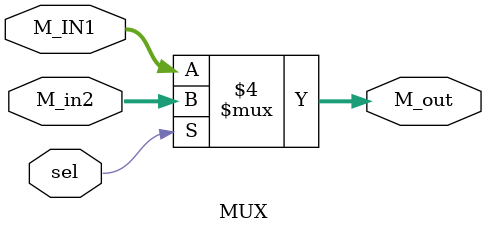
<source format=v>
  `timescale 1ps/1ps 
  
module MUX  (
			output reg [31:0] M_out, 
			input [31:0]M_IN1, M_in2 , 
			input sel  

); 

		always @(*)
		begin 
		#10
		 if(!sel)
			M_out<= M_IN1; 
			else M_out<=M_in2; 
		
		end 


 
endmodule 
</source>
